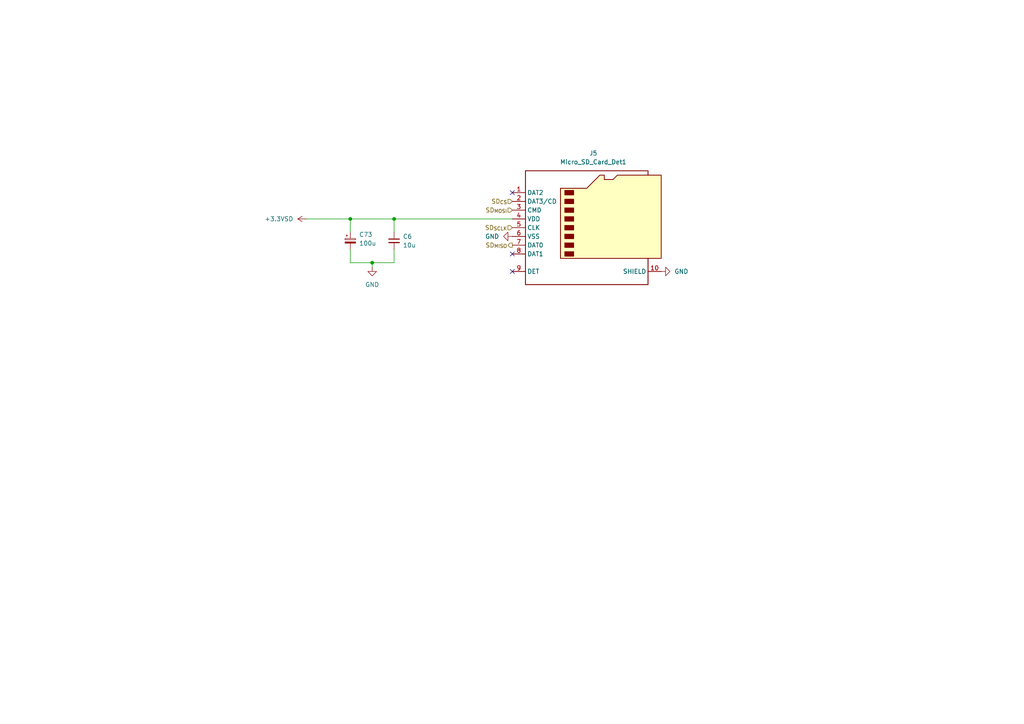
<source format=kicad_sch>
(kicad_sch (version 20250114) (generator "eeschema") (generator_version "9.0")
  (paper "A4")
  (lib_symbols
    (symbol "Connector:Micro_SD_Card_Det1"
      (property "Reference" "J" (at -16.51 17.78 0))
      (property "Value" "Micro_SD_Card_Det1" (at 16.51 17.78 0))
      (symbol "Micro_SD_Card_Det1_0_1"
        (polyline (pts (xy -8.89 -8.89) (xy -8.89 11.43) (xy -1.27 11.43) (xy 2.54 15.24) (xy 3.81 15.24) (xy 3.81 13.97) (xy 6.35 13.97) (xy 7.62 15.24) (xy 20.32 15.24) (xy 20.32 -8.89) (xy -8.89 -8.89)) (stroke (width 0.254)) (fill (type background)))
        (rectangle (start -7.62 10.795) (end -5.08 9.525) (stroke (width 0.254)) (fill (type outline)))
        (rectangle (start -7.62 8.255) (end -5.08 6.985) (stroke (width 0.254)) (fill (type outline)))
        (rectangle (start -7.62 5.715) (end -5.08 4.445) (stroke (width 0.254)) (fill (type outline)))
        (rectangle (start -7.62 3.175) (end -5.08 1.905) (stroke (width 0.254)) (fill (type outline)))
        (rectangle (start -7.62 0.635) (end -5.08 -0.635) (stroke (width 0.254)) (fill (type outline)))
        (rectangle (start -7.62 -1.905) (end -5.08 -3.175) (stroke (width 0.254)) (fill (type outline)))
        (rectangle (start -7.62 -4.445) (end -5.08 -5.715) (stroke (width 0.254)) (fill (type outline)))
        (rectangle (start -7.62 -6.985) (end -5.08 -8.255) (stroke (width 0.254)) (fill (type outline)))
        (polyline (pts (xy 16.51 15.24) (xy 16.51 16.51) (xy -19.05 16.51) (xy -19.05 -16.51) (xy 16.51 -16.51) (xy 16.51 -8.89)) (stroke (width 0.254)))
      )
      (symbol "Micro_SD_Card_Det1_1_1"
        (pin bidirectional line (at -22.86 10.16 0) (length 3.81) (name "DAT2") (number "1"))
        (pin bidirectional line (at -22.86 7.62 0) (length 3.81) (name "DAT3/CD") (number "2"))
        (pin input line (at -22.86 5.08 0) (length 3.81) (name "CMD") (number "3"))
        (pin power_in line (at -22.86 2.54 0) (length 3.81) (name "VDD") (number "4"))
        (pin input line (at -22.86 0 0) (length 3.81) (name "CLK") (number "5"))
        (pin power_in line (at -22.86 -2.54 0) (length 3.81) (name "VSS") (number "6"))
        (pin bidirectional line (at -22.86 -5.08 0) (length 3.81) (name "DAT0") (number "7"))
        (pin bidirectional line (at -22.86 -7.62 0) (length 3.81) (name "DAT1") (number "8"))
        (pin passive line (at -22.86 -12.7 0) (length 3.81) (name "DET") (number "9"))
        (pin passive line (at 20.32 -12.7 180) (length 3.81) (name "SHIELD") (number "10"))
      )
    )
    (symbol "Device:C_Polarized_Small" (pin_numbers (hide yes)) (pin_names (offset 0.254) (hide yes))
      (property "Reference" "C" (at 0.254 1.778 0))
      (property "Value" "C_Polarized_Small" (at 0.254 -2.032 0))
      (symbol "C_Polarized_Small_0_1"
        (rectangle (start -1.524 0.6858) (end 1.524 0.3048))
        (rectangle (start -1.524 -0.3048) (end 1.524 -0.6858) (fill (type outline)))
        (polyline (pts (xy -1.27 1.524) (xy -0.762 1.524)))
        (polyline (pts (xy -1.016 1.27) (xy -1.016 1.778)))
      )
      (symbol "C_Polarized_Small_1_1"
        (pin passive line (at 0 2.54 270) (length 1.8542) (name "~") (number "1"))
        (pin passive line (at 0 -2.54 90) (length 1.8542) (name "~") (number "2"))
      )
    )
    (symbol "Device:C_Small" (pin_numbers (hide yes)) (pin_names (offset 0.254) (hide yes))
      (property "Reference" "C" (at 0.254 1.778 0))
      (property "Value" "C_Small" (at 0.254 -2.032 0))
      (symbol "C_Small_0_1"
        (polyline (pts (xy -1.524 0.508) (xy 1.524 0.508)) (stroke (width 0.3048)))
        (polyline (pts (xy -1.524 -0.508) (xy 1.524 -0.508)) (stroke (width 0.3302)))
      )
      (symbol "C_Small_1_1"
        (pin passive line (at 0 2.54 270) (length 2.032) (name "~") (number "1"))
        (pin passive line (at 0 -2.54 90) (length 2.032) (name "~") (number "2"))
      )
    )
    (symbol "Krecek:+3.3VSD" (power) (in_bom no) (on_board no)
      (property "Value" "+3.3VSD" (at 0 3.81 0))
      (symbol "+3.3VSD_0_1"
        (polyline (pts (xy -0.762 1.27) (xy 0 2.54)))
        (polyline (pts (xy 0 2.54) (xy 0.762 1.27)))
        (polyline (pts (xy 0 0) (xy 0 2.54)))
      )
      (symbol "+3.3VSD_1_1"
        (pin power_in line (at 0 0 90) (length 0) (hide yes) (name "+3.3VSD") (number "1"))
      )
    )
    (symbol "power:GND" (power) (pin_numbers (hide yes)) (pin_names (offset 0) (hide yes))
      (property "Value" "GND" (at 0 -3.81 0))
      (symbol "GND_0_1"
        (polyline (pts (xy 0 0) (xy 0 -1.27) (xy 1.27 -1.27) (xy 0 -2.54) (xy -1.27 -1.27) (xy 0 -1.27)))
      )
      (symbol "GND_1_1"
        (pin power_in line (at 0 0 270) (length 0) (name "~") (number "1"))
      )
    )
  )
  (junction (at 107.95 76.2))
  (junction (at 114.3 63.5))
  (junction (at 101.6 63.5))
  (no_connect (at 148.59 55.88))
  (no_connect (at 148.59 73.66))
  (no_connect (at 148.59 78.74))
  (wire (pts (xy 107.95 76.2) (xy 114.3 76.2)))
  (wire (pts (xy 101.6 63.5) (xy 114.3 63.5)))
  (wire (pts (xy 101.6 76.2) (xy 107.95 76.2)))
  (wire (pts (xy 107.95 76.2) (xy 107.95 77.47)))
  (wire (pts (xy 114.3 72.39) (xy 114.3 76.2)))
  (wire (pts (xy 114.3 63.5) (xy 114.3 67.31)))
  (wire (pts (xy 101.6 63.5) (xy 101.6 67.31)))
  (wire (pts (xy 114.3 63.5) (xy 148.59 63.5)))
  (wire (pts (xy 101.6 72.39) (xy 101.6 76.2)))
  (wire (pts (xy 88.9 63.5) (xy 101.6 63.5)))
  (hierarchical_label "SD_{MOSI}" (shape input) (at 148.59 60.96 180))
  (hierarchical_label "SD_{SCLK}" (shape input) (at 148.59 66.04 180))
  (hierarchical_label "SD_{MISO}" (shape output) (at 148.59 71.12 180))
  (hierarchical_label "SD_{CS}" (shape input) (at 148.59 58.42 180))
  (symbol (lib_id "Krecek:+3.3VSD") (at 88.9 63.5 90) (unit 1) (in_bom no) (on_board no)
    (property "Reference" "#+3.3VSD02" (effects (hide yes)))
    (property "Value" "+3.3VSD" (at 85.09 63.5 90) (effects (justify left)))
  )
  (symbol (lib_id "Device:C_Small") (at 114.3 69.85 0) (mirror y) (unit 1)
    (property "Reference" "C74" (at 116.84 68.5863 0) (effects (justify right)))
    (property "Value" "10u" (at 116.84 71.1263 0) (effects (justify right)))
    (property "Footprint" "Capacitor_SMD:C_0402_1005Metric" (effects (hide yes)))
    (property "Description" "Unpolarized capacitor, small symbol" (effects (hide yes)))
    (property "LCSC Part" "C15525" (effects (hide yes)))
    (instances (project "barbecue" (path "" (reference "C6") (unit 1))) (project "bento-vna" (path "" (reference "C2") (unit 1))) (project "pipi" (path "" (reference "C2") (unit 1)) (path "" (reference "C2") (unit 1)) (path "" (reference "C2") (unit 1))) (project "pipi" (path "" (reference "C2") (unit 1))) (project "krecek" (path "" (reference "C74") (unit 1))))
  )
  (symbol (lib_id "power:GND") (at 191.77 78.74 90) (unit 1)
    (property "Reference" "#PWR0109" (effects (hide yes)))
    (property "Value" "GND" (at 195.58 78.74 90) (effects (justify right)))
    (property "Description" "Power symbol creates a global label with name \"GND\" , ground" (effects (hide yes)))
  )
  (symbol (lib_id "power:GND") (at 107.95 77.47 0) (unit 1)
    (property "Reference" "#PWR0108" (effects (hide yes)))
    (property "Value" "GND" (at 107.95 82.55 0))
    (property "Description" "Power symbol creates a global label with name \"GND\" , ground" (effects (hide yes)))
  )
  (symbol (lib_id "Device:C_Polarized_Small") (at 101.6 69.85 0) (unit 1)
    (property "Reference" "C73" (at 104.14 68.0339 0) (effects (justify left)))
    (property "Value" "100u" (at 104.14 70.5739 0) (effects (justify left)))
    (property "Footprint" "Capacitor_Tantalum_SMD:CP_EIA-3528-21_Kemet-B" (effects (hide yes)))
    (property "Description" "Polarized capacitor, small symbol" (effects (hide yes)))
    (property "LCSC Part" "C16133" (effects (hide yes)))
  )
  (symbol (lib_id "power:GND") (at 148.59 68.58 270) (unit 1)
    (property "Reference" "#PWR0107" (effects (hide yes)))
    (property "Value" "GND" (at 144.78 68.58 90) (effects (justify right)))
    (property "Description" "Power symbol creates a global label with name \"GND\" , ground" (effects (hide yes)))
  )
  (symbol (lib_id "Connector:Micro_SD_Card_Det1") (at 171.45 66.04 0) (unit 1)
    (property "Reference" "J5" (at 172.085 44.45 0))
    (property "Value" "Micro_SD_Card_Det1" (at 172.085 46.99 0))
    (property "Footprint" "LCSC:TF-SMD_TF-012" (effects (hide yes)))
    (property "Datasheet" "https://datasheet.lcsc.com/lcsc/2110151630_XKB-Connectivity-XKTF-015-N_C381082.pdf" (effects (hide yes)))
    (property "Description" "Micro SD Card Socket with one card detection pin" (effects (hide yes)))
    (property "LCSC Part" "C5333937" (effects (hide yes)))
  )
)
</source>
